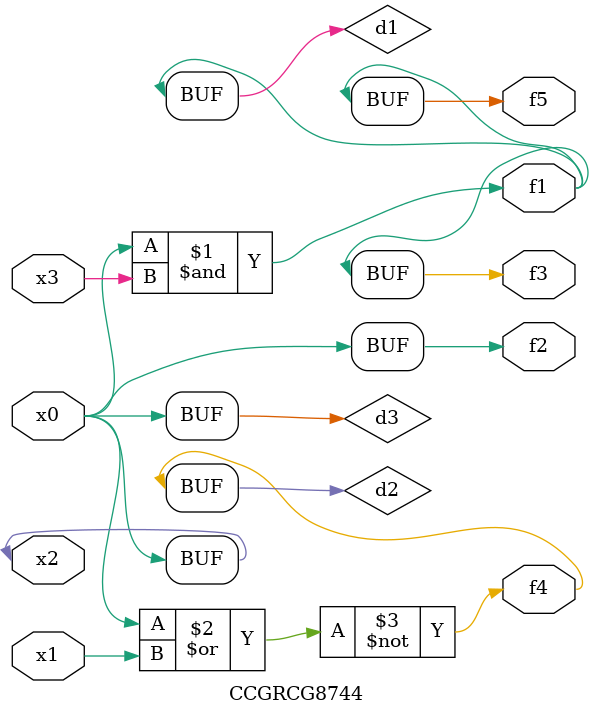
<source format=v>
module CCGRCG8744(
	input x0, x1, x2, x3,
	output f1, f2, f3, f4, f5
);

	wire d1, d2, d3;

	and (d1, x2, x3);
	nor (d2, x0, x1);
	buf (d3, x0, x2);
	assign f1 = d1;
	assign f2 = d3;
	assign f3 = d1;
	assign f4 = d2;
	assign f5 = d1;
endmodule

</source>
